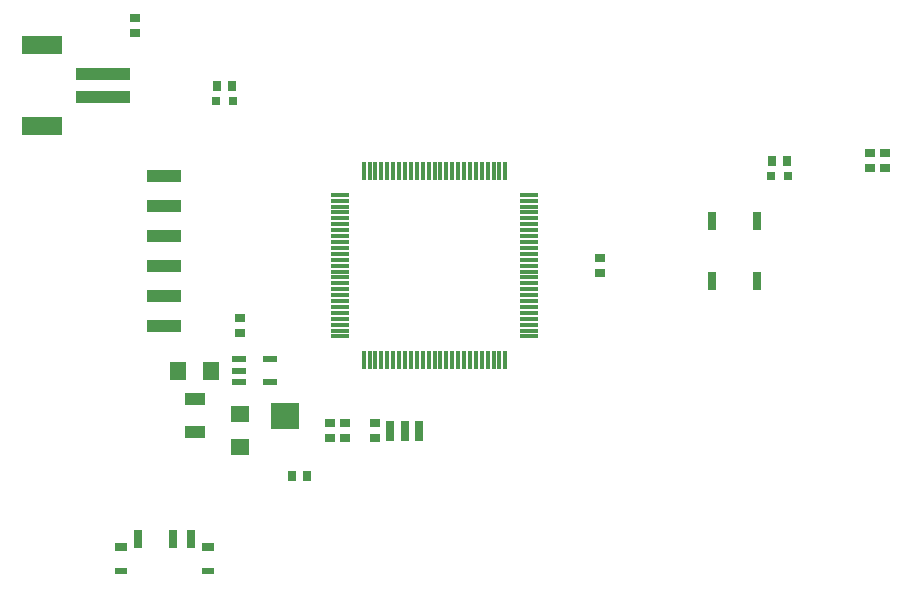
<source format=gbr>
G04 EAGLE Gerber RS-274X export*
G75*
%MOMM*%
%FSLAX34Y34*%
%LPD*%
%INSolderpaste Top*%
%IPPOS*%
%AMOC8*
5,1,8,0,0,1.08239X$1,22.5*%
G01*
%ADD10R,1.500000X0.300000*%
%ADD11R,0.300000X1.500000*%
%ADD12R,0.700000X1.700000*%
%ADD13R,0.700000X0.900000*%
%ADD14R,0.900000X0.700000*%
%ADD15R,0.762000X1.524000*%
%ADD16R,0.800000X0.800000*%
%ADD17R,4.600000X1.000000*%
%ADD18R,3.400000X1.600000*%
%ADD19R,1.800000X1.000000*%
%ADD20R,1.200000X0.550000*%
%ADD21R,1.600000X1.400000*%
%ADD22R,1.400000X1.600000*%
%ADD23R,3.000000X1.000000*%
%ADD24R,0.635000X1.270000*%
%ADD25R,2.438400X2.286000*%
%ADD26R,0.700000X1.500000*%
%ADD27R,1.000000X0.600000*%
%ADD28R,1.000000X0.800000*%


D10*
X275600Y326700D03*
X275600Y321700D03*
X275600Y316700D03*
X275600Y311700D03*
X275600Y306700D03*
X275600Y301700D03*
X275600Y296700D03*
X275600Y291700D03*
X275600Y286700D03*
X275600Y281700D03*
X275600Y276700D03*
X275600Y271700D03*
X275600Y266700D03*
X275600Y261700D03*
X275600Y256700D03*
X275600Y251700D03*
X275600Y246700D03*
X275600Y241700D03*
X275600Y236700D03*
X275600Y231700D03*
X275600Y226700D03*
X275600Y221700D03*
X275600Y216700D03*
X275600Y211700D03*
X275600Y206700D03*
D11*
X295600Y186700D03*
X300600Y186700D03*
X305600Y186700D03*
X310600Y186700D03*
X315600Y186700D03*
X320600Y186700D03*
X325600Y186700D03*
X330600Y186700D03*
X335600Y186700D03*
X340600Y186700D03*
X345600Y186700D03*
X350600Y186700D03*
X355600Y186700D03*
X360600Y186700D03*
X365600Y186700D03*
X370600Y186700D03*
X375600Y186700D03*
X380600Y186700D03*
X385600Y186700D03*
X390600Y186700D03*
X395600Y186700D03*
X400600Y186700D03*
X405600Y186700D03*
X410600Y186700D03*
X415600Y186700D03*
D10*
X435600Y206700D03*
X435600Y211700D03*
X435600Y216700D03*
X435600Y221700D03*
X435600Y226700D03*
X435600Y231700D03*
X435600Y236700D03*
X435600Y241700D03*
X435600Y246700D03*
X435600Y251700D03*
X435600Y256700D03*
X435600Y261700D03*
X435600Y266700D03*
X435600Y271700D03*
X435600Y276700D03*
X435600Y281700D03*
X435600Y286700D03*
X435600Y291700D03*
X435600Y296700D03*
X435600Y301700D03*
X435600Y306700D03*
X435600Y311700D03*
X435600Y316700D03*
X435600Y321700D03*
X435600Y326700D03*
D11*
X415600Y346700D03*
X410600Y346700D03*
X405600Y346700D03*
X400600Y346700D03*
X395600Y346700D03*
X390600Y346700D03*
X385600Y346700D03*
X380600Y346700D03*
X375600Y346700D03*
X370600Y346700D03*
X365600Y346700D03*
X360600Y346700D03*
X355600Y346700D03*
X350600Y346700D03*
X345600Y346700D03*
X340600Y346700D03*
X335600Y346700D03*
X330600Y346700D03*
X325600Y346700D03*
X320600Y346700D03*
X315600Y346700D03*
X310600Y346700D03*
X305600Y346700D03*
X300600Y346700D03*
X295600Y346700D03*
D12*
X318200Y127000D03*
X330200Y127000D03*
X342200Y127000D03*
D13*
X247800Y88900D03*
X234800Y88900D03*
D14*
X279400Y133500D03*
X279400Y120500D03*
X266700Y120500D03*
X266700Y133500D03*
D15*
X590550Y254000D03*
X590550Y304800D03*
X628650Y254000D03*
X628650Y304800D03*
D14*
X101600Y476400D03*
X101600Y463400D03*
X304800Y133500D03*
X304800Y120500D03*
X495300Y260200D03*
X495300Y273200D03*
X190500Y222400D03*
X190500Y209400D03*
X723900Y362100D03*
X723900Y349100D03*
X736600Y362100D03*
X736600Y349100D03*
D13*
X654200Y355600D03*
X641200Y355600D03*
D16*
X640200Y342900D03*
X655200Y342900D03*
D13*
X184300Y419100D03*
X171300Y419100D03*
D16*
X170300Y406400D03*
X185300Y406400D03*
D17*
X75100Y409100D03*
X75100Y429100D03*
D18*
X23100Y385100D03*
X23100Y453100D03*
D19*
X152400Y125700D03*
X152400Y153700D03*
D20*
X190199Y187300D03*
X190199Y177800D03*
X190199Y168300D03*
X216201Y168300D03*
X216201Y187300D03*
D21*
X190500Y113000D03*
X190500Y141000D03*
D22*
X138400Y177800D03*
X166400Y177800D03*
D23*
X126200Y266700D03*
X126200Y241300D03*
X126200Y215900D03*
X126200Y292100D03*
X126200Y317500D03*
X126200Y342900D03*
D24*
X224481Y139700D03*
X232719Y139700D03*
D25*
X228600Y139700D03*
D26*
X149500Y35280D03*
X134500Y35280D03*
X104500Y35280D03*
D27*
X163500Y7780D03*
D28*
X163500Y28780D03*
D27*
X90500Y7780D03*
D28*
X90500Y28780D03*
M02*

</source>
